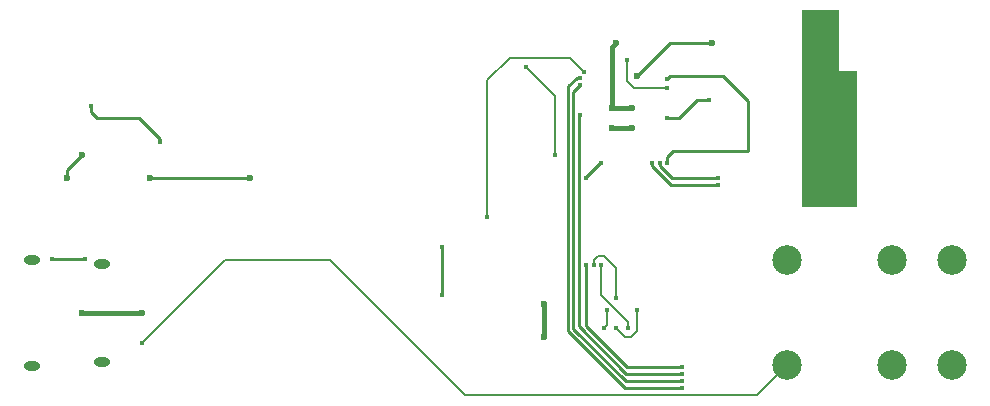
<source format=gbr>
G04 #@! TF.FileFunction,Copper,L2,Bot,Signal*
%FSLAX46Y46*%
G04 Gerber Fmt 4.6, Leading zero omitted, Abs format (unit mm)*
G04 Created by KiCad (PCBNEW 4.0.7) date 04/10/18 20:30:17*
%MOMM*%
%LPD*%
G01*
G04 APERTURE LIST*
%ADD10C,0.100000*%
%ADD11C,0.010000*%
%ADD12O,1.400000X0.800000*%
%ADD13C,2.500000*%
%ADD14C,0.600000*%
%ADD15C,0.400000*%
%ADD16C,0.250000*%
%ADD17C,0.400000*%
%ADD18C,0.300000*%
%ADD19C,0.160000*%
G04 APERTURE END LIST*
D10*
D11*
G36*
X177794000Y-92532333D02*
X177794000Y-75937667D01*
X180842000Y-75937667D01*
X180842000Y-81102333D01*
X182366000Y-81102333D01*
X182366000Y-92532333D01*
X177794000Y-92532333D01*
X177794000Y-92532333D01*
G37*
X177794000Y-92532333D02*
X177794000Y-75937667D01*
X180842000Y-75937667D01*
X180842000Y-81102333D01*
X182366000Y-81102333D01*
X182366000Y-92532333D01*
X177794000Y-92532333D01*
D12*
X118535000Y-97470000D03*
X118535000Y-105730000D03*
X112585000Y-106090000D03*
X112585000Y-97110000D03*
D13*
X176530000Y-106045000D03*
X185420000Y-97155000D03*
X185420000Y-106045000D03*
X190500000Y-106045000D03*
X190500000Y-97155000D03*
X176530000Y-97155000D03*
D14*
X116840000Y-88265000D03*
X115570000Y-90170000D03*
X162052000Y-78739926D03*
X161697500Y-85952500D03*
X163422500Y-85952500D03*
X163422500Y-84227500D03*
X161697500Y-84227500D03*
X155956000Y-103632000D03*
X155956000Y-100838000D03*
X121920000Y-101600000D03*
X116840000Y-101600000D03*
D15*
X159512000Y-90170000D03*
X160782000Y-88900000D03*
X147320000Y-96012090D03*
D14*
X131064000Y-90170000D03*
D15*
X147320000Y-100076000D03*
D14*
X122555000Y-90170000D03*
D15*
X169926000Y-83566000D03*
X166370000Y-85090000D03*
X166370000Y-88900000D03*
X166370000Y-81788000D03*
D14*
X170180000Y-78740000D03*
X163830000Y-81534000D03*
D15*
X117602000Y-84074000D03*
X123444000Y-87122000D03*
X117094000Y-97028000D03*
X114300000Y-97028000D03*
X170688000Y-90170000D03*
X165769997Y-88900000D03*
X170688000Y-90770003D03*
X165100000Y-88900000D03*
X154432000Y-80772000D03*
X156863761Y-88259937D03*
X159371432Y-81201536D03*
X151130000Y-93472000D03*
X162985053Y-80199495D03*
X166370000Y-82550000D03*
X159004118Y-81695977D03*
X167640000Y-107972069D03*
X159004000Y-82295978D03*
X167640000Y-107372056D03*
X167640000Y-106772043D03*
X159004000Y-84836000D03*
X167640000Y-106171936D03*
X159512000Y-97536000D03*
X161290000Y-101346000D03*
X161036000Y-102870000D03*
X163830000Y-101346000D03*
X162052000Y-102870000D03*
X163068000Y-102870000D03*
X160782000Y-97536000D03*
X162052000Y-100330000D03*
X160181997Y-97536000D03*
X121920000Y-104140000D03*
D16*
X115570000Y-89535000D02*
X115570000Y-90170000D01*
X115570000Y-89535000D02*
X116840000Y-88265000D01*
D17*
X161697500Y-79094426D02*
X161752001Y-79039925D01*
X161697500Y-84227500D02*
X161697500Y-79094426D01*
X161752001Y-79039925D02*
X162052000Y-78739926D01*
X176403000Y-97155000D02*
X176530000Y-97155000D01*
X161697500Y-84227500D02*
X163422500Y-84227500D01*
X161697500Y-85952500D02*
X163422500Y-85952500D01*
X155956000Y-100838000D02*
X155956000Y-103632000D01*
X116840000Y-101600000D02*
X121920000Y-101600000D01*
D18*
X160782000Y-88900000D02*
X159512000Y-90170000D01*
D16*
X147320000Y-100076000D02*
X147320000Y-96012090D01*
X122555000Y-90170000D02*
X131064000Y-90170000D01*
X166370000Y-85090000D02*
X167386000Y-85090000D01*
X167386000Y-85090000D02*
X168910000Y-83566000D01*
X168910000Y-83566000D02*
X169926000Y-83566000D01*
X166370000Y-81788000D02*
X166624000Y-81534000D01*
X166624000Y-81534000D02*
X171069000Y-81534000D01*
X171069000Y-81534000D02*
X173228000Y-83693000D01*
X173228000Y-83693000D02*
X173228000Y-87884000D01*
X166370000Y-88646000D02*
X166370000Y-88900000D01*
X173228000Y-87884000D02*
X166878000Y-87884000D01*
X166878000Y-87884000D02*
X166370000Y-88392000D01*
X166370000Y-88392000D02*
X166370000Y-88646000D01*
X169755736Y-78740000D02*
X170180000Y-78740000D01*
X166624000Y-78740000D02*
X169755736Y-78740000D01*
X163830000Y-81534000D02*
X166624000Y-78740000D01*
X123444000Y-87122000D02*
X123444000Y-86868000D01*
X123444000Y-86868000D02*
X121666000Y-85090000D01*
X121666000Y-85090000D02*
X118110000Y-85090000D01*
X118110000Y-85090000D02*
X117602000Y-84582000D01*
X117602000Y-84582000D02*
X117602000Y-84074000D01*
X114300000Y-97028000D02*
X117094000Y-97028000D01*
X165769997Y-88900000D02*
X165769997Y-89182842D01*
X165769997Y-89182842D02*
X166757155Y-90170000D01*
X166757155Y-90170000D02*
X170688000Y-90170000D01*
X165100000Y-88900000D02*
X165100000Y-89182842D01*
X165100000Y-89182842D02*
X166687161Y-90770003D01*
X166687161Y-90770003D02*
X170688000Y-90770003D01*
D19*
X154631999Y-80971999D02*
X154432000Y-80772000D01*
X156863761Y-83203761D02*
X154631999Y-80971999D01*
X156863761Y-88259937D02*
X156863761Y-83203761D01*
X158179896Y-80010000D02*
X159171433Y-81001537D01*
X151130000Y-93472000D02*
X151130000Y-81915000D01*
X153035000Y-80010000D02*
X158179896Y-80010000D01*
X159171433Y-81001537D02*
X159371432Y-81201536D01*
X151130000Y-81915000D02*
X153035000Y-80010000D01*
X166370000Y-82550000D02*
X163576000Y-82550000D01*
X163576000Y-82550000D02*
X162985053Y-81959053D01*
X162985053Y-81959053D02*
X162985053Y-80482337D01*
X162985053Y-80482337D02*
X162985053Y-80199495D01*
D16*
X157988000Y-103124001D02*
X157988000Y-82429253D01*
X162836069Y-107972069D02*
X157988000Y-103124001D01*
X167640000Y-107972069D02*
X162836069Y-107972069D01*
X158721276Y-81695977D02*
X159004118Y-81695977D01*
X157988000Y-82429253D02*
X158721276Y-81695977D01*
X167640000Y-107372056D02*
X162872466Y-107372056D01*
X162872466Y-107372056D02*
X158438011Y-102937601D01*
X158438011Y-102937601D02*
X158438011Y-82861967D01*
X158438011Y-82861967D02*
X158804001Y-82495977D01*
X158804001Y-82495977D02*
X159004000Y-82295978D01*
X159004000Y-84836000D02*
X158888022Y-84951978D01*
X158888022Y-102751202D02*
X162908863Y-106772043D01*
X162908863Y-106772043D02*
X167357158Y-106772043D01*
X158888022Y-84951978D02*
X158888022Y-102751202D01*
X167357158Y-106772043D02*
X167640000Y-106772043D01*
X167357158Y-106171936D02*
X167640000Y-106171936D01*
X162945166Y-106171936D02*
X167357158Y-106171936D01*
X159512000Y-102738770D02*
X162945166Y-106171936D01*
X159512000Y-97536000D02*
X159512000Y-102738770D01*
D19*
X161290000Y-102616000D02*
X161290000Y-101628842D01*
X161036000Y-102870000D02*
X161290000Y-102616000D01*
X161290000Y-101628842D02*
X161290000Y-101346000D01*
X163830000Y-103124000D02*
X163830000Y-101628842D01*
X163345205Y-103608795D02*
X163830000Y-103124000D01*
X162052000Y-102870000D02*
X162790795Y-103608795D01*
X163830000Y-101628842D02*
X163830000Y-101346000D01*
X162790795Y-103608795D02*
X163345205Y-103608795D01*
X163068000Y-102587158D02*
X163068000Y-102870000D01*
X160782000Y-100076000D02*
X163068000Y-102362000D01*
X160782000Y-97536000D02*
X160782000Y-100076000D01*
X163068000Y-102362000D02*
X163068000Y-102587158D01*
X160181997Y-97536000D02*
X160181997Y-97120003D01*
X160528000Y-96774000D02*
X161036000Y-96774000D01*
X160181997Y-97120003D02*
X160528000Y-96774000D01*
X161036000Y-96774000D02*
X162052000Y-97790000D01*
X162052000Y-97790000D02*
X162052000Y-100330000D01*
X121920000Y-104140000D02*
X128905000Y-97155000D01*
X128905000Y-97155000D02*
X137795000Y-97155000D01*
X137795000Y-97155000D02*
X149225000Y-108585000D01*
X149225000Y-108585000D02*
X173990000Y-108585000D01*
X173990000Y-108585000D02*
X176530000Y-106045000D01*
M02*

</source>
